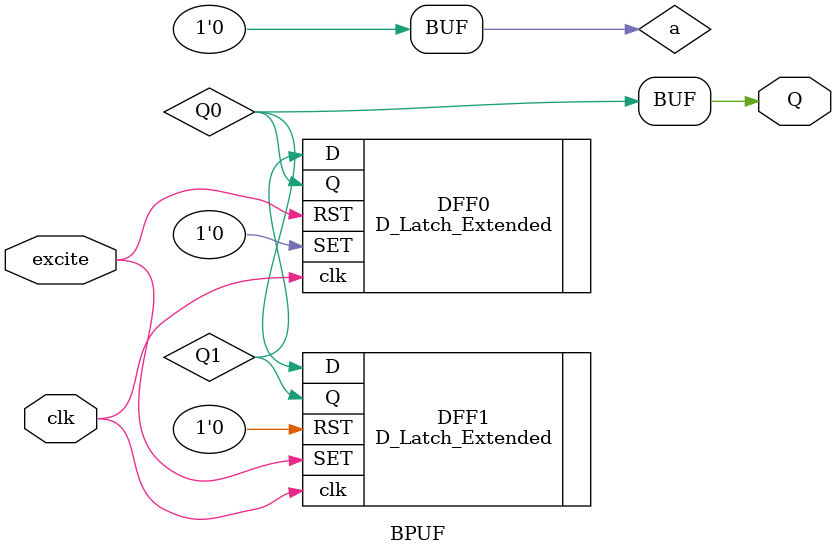
<source format=v>
(* dont_touch = "yes" *)
module BPUF(
    input clk,
    input excite,
    output Q
    );

    (* S= "TRUE"*)(* ALLOW_COMBINATORIAL_LOOPS = "true", KEEP = "true" *)

    wire a, Q0, Q1;
    
    assign a = 1'b0;
    
    D_Latch_Extended DFF0 (.clk(clk), .D(Q1), .RST(excite), .SET(a), .Q(Q0));
    D_Latch_Extended DFF1 (.clk(clk), .D(Q0), .RST(a), .SET(excite), .Q(Q1));
    
    assign Q = Q0;

endmodule

</source>
